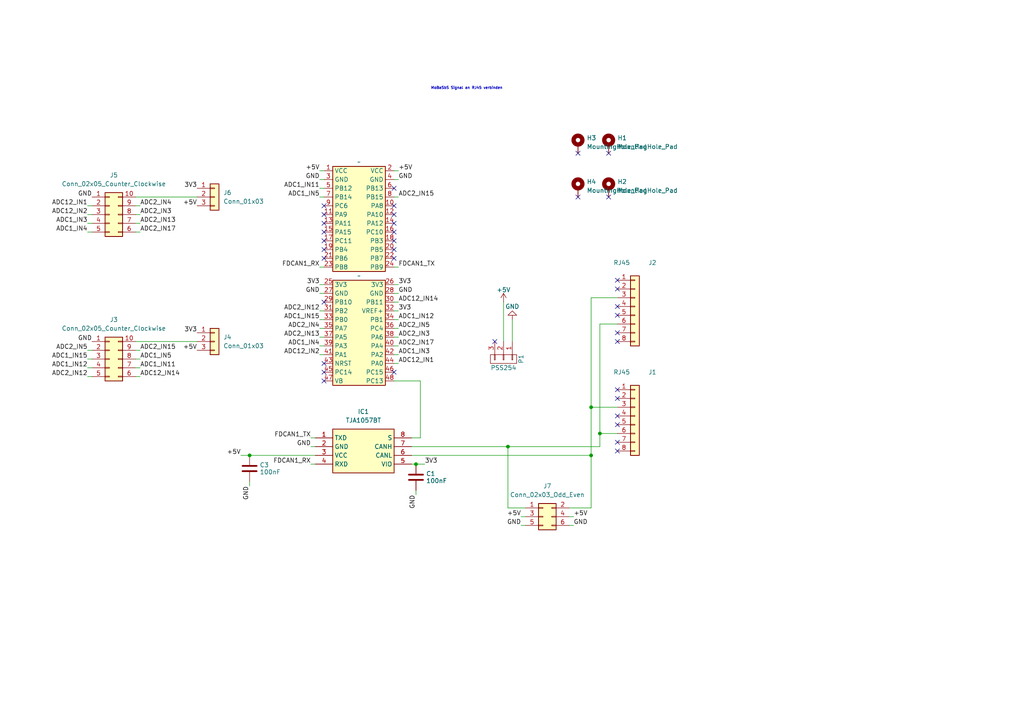
<source format=kicad_sch>
(kicad_sch (version 20250114) (generator "eeschema") (generator_version "9.0")
  (paper "A4")
  (lib_symbols
    (symbol "Connector_Generic:Conn_01x03" (pin_names (offset 1.016) (hide yes))
      (property "Reference" "J" (at 0 5.08 0))
      (property "Value" "Conn_01x03" (at 0 -5.08 0))
      (symbol "Conn_01x03_1_1"
        (rectangle (start -1.27 3.81) (end 1.27 -3.81) (stroke (width 0.254)) (fill (type background)))
        (rectangle (start -1.27 2.667) (end 0 2.413) (stroke (width 0.1524)))
        (rectangle (start -1.27 0.127) (end 0 -0.127) (stroke (width 0.1524)))
        (rectangle (start -1.27 -2.413) (end 0 -2.667) (stroke (width 0.1524)))
        (pin passive line (at -5.08 2.54 0) (length 3.81) (name "Pin_1") (number "1"))
        (pin passive line (at -5.08 0 0) (length 3.81) (name "Pin_2") (number "2"))
        (pin passive line (at -5.08 -2.54 0) (length 3.81) (name "Pin_3") (number "3"))
      )
    )
    (symbol "Connector_Generic:Conn_01x08" (pin_names (offset 1.016) (hide yes))
      (property "Reference" "J" (at 0 10.16 0))
      (property "Value" "Conn_01x08" (at 0 -12.7 0))
      (symbol "Conn_01x08_1_1"
        (rectangle (start -1.27 8.89) (end 1.27 -11.43) (stroke (width 0.254)) (fill (type background)))
        (rectangle (start -1.27 7.747) (end 0 7.493) (stroke (width 0.1524)))
        (rectangle (start -1.27 5.207) (end 0 4.953) (stroke (width 0.1524)))
        (rectangle (start -1.27 2.667) (end 0 2.413) (stroke (width 0.1524)))
        (rectangle (start -1.27 0.127) (end 0 -0.127) (stroke (width 0.1524)))
        (rectangle (start -1.27 -2.413) (end 0 -2.667) (stroke (width 0.1524)))
        (rectangle (start -1.27 -4.953) (end 0 -5.207) (stroke (width 0.1524)))
        (rectangle (start -1.27 -7.493) (end 0 -7.747) (stroke (width 0.1524)))
        (rectangle (start -1.27 -10.033) (end 0 -10.287) (stroke (width 0.1524)))
        (pin passive line (at -5.08 7.62 0) (length 3.81) (name "Pin_1") (number "1"))
        (pin passive line (at -5.08 5.08 0) (length 3.81) (name "Pin_2") (number "2"))
        (pin passive line (at -5.08 2.54 0) (length 3.81) (name "Pin_3") (number "3"))
        (pin passive line (at -5.08 0 0) (length 3.81) (name "Pin_4") (number "4"))
        (pin passive line (at -5.08 -2.54 0) (length 3.81) (name "Pin_5") (number "5"))
        (pin passive line (at -5.08 -5.08 0) (length 3.81) (name "Pin_6") (number "6"))
        (pin passive line (at -5.08 -7.62 0) (length 3.81) (name "Pin_7") (number "7"))
        (pin passive line (at -5.08 -10.16 0) (length 3.81) (name "Pin_8") (number "8"))
      )
    )
    (symbol "Connector_Generic:Conn_02x03_Odd_Even" (pin_names (offset 1.016) (hide yes))
      (property "Reference" "J" (at 1.27 5.08 0))
      (property "Value" "Conn_02x03_Odd_Even" (at 1.27 -5.08 0))
      (symbol "Conn_02x03_Odd_Even_1_1"
        (rectangle (start -1.27 3.81) (end 3.81 -3.81) (stroke (width 0.254)) (fill (type background)))
        (rectangle (start -1.27 2.667) (end 0 2.413) (stroke (width 0.1524)))
        (rectangle (start -1.27 0.127) (end 0 -0.127) (stroke (width 0.1524)))
        (rectangle (start -1.27 -2.413) (end 0 -2.667) (stroke (width 0.1524)))
        (rectangle (start 3.81 2.667) (end 2.54 2.413) (stroke (width 0.1524)))
        (rectangle (start 3.81 0.127) (end 2.54 -0.127) (stroke (width 0.1524)))
        (rectangle (start 3.81 -2.413) (end 2.54 -2.667) (stroke (width 0.1524)))
        (pin passive line (at -5.08 2.54 0) (length 3.81) (name "Pin_1") (number "1"))
        (pin passive line (at -5.08 0 0) (length 3.81) (name "Pin_3") (number "3"))
        (pin passive line (at -5.08 -2.54 0) (length 3.81) (name "Pin_5") (number "5"))
        (pin passive line (at 7.62 2.54 180) (length 3.81) (name "Pin_2") (number "2"))
        (pin passive line (at 7.62 0 180) (length 3.81) (name "Pin_4") (number "4"))
        (pin passive line (at 7.62 -2.54 180) (length 3.81) (name "Pin_6") (number "6"))
      )
    )
    (symbol "Connector_Generic:Conn_02x05_Counter_Clockwise" (pin_names (offset 1.016) (hide yes))
      (property "Reference" "J" (at 1.27 7.62 0))
      (property "Value" "Conn_02x05_Counter_Clockwise" (at 1.27 -7.62 0))
      (symbol "Conn_02x05_Counter_Clockwise_1_1"
        (rectangle (start -1.27 6.35) (end 3.81 -6.35) (stroke (width 0.254)) (fill (type background)))
        (rectangle (start -1.27 5.207) (end 0 4.953) (stroke (width 0.1524)))
        (rectangle (start -1.27 2.667) (end 0 2.413) (stroke (width 0.1524)))
        (rectangle (start -1.27 0.127) (end 0 -0.127) (stroke (width 0.1524)))
        (rectangle (start -1.27 -2.413) (end 0 -2.667) (stroke (width 0.1524)))
        (rectangle (start -1.27 -4.953) (end 0 -5.207) (stroke (width 0.1524)))
        (rectangle (start 3.81 5.207) (end 2.54 4.953) (stroke (width 0.1524)))
        (rectangle (start 3.81 2.667) (end 2.54 2.413) (stroke (width 0.1524)))
        (rectangle (start 3.81 0.127) (end 2.54 -0.127) (stroke (width 0.1524)))
        (rectangle (start 3.81 -2.413) (end 2.54 -2.667) (stroke (width 0.1524)))
        (rectangle (start 3.81 -4.953) (end 2.54 -5.207) (stroke (width 0.1524)))
        (pin passive line (at -5.08 5.08 0) (length 3.81) (name "Pin_1") (number "1"))
        (pin passive line (at -5.08 2.54 0) (length 3.81) (name "Pin_2") (number "2"))
        (pin passive line (at -5.08 0 0) (length 3.81) (name "Pin_3") (number "3"))
        (pin passive line (at -5.08 -2.54 0) (length 3.81) (name "Pin_4") (number "4"))
        (pin passive line (at -5.08 -5.08 0) (length 3.81) (name "Pin_5") (number "5"))
        (pin passive line (at 7.62 5.08 180) (length 3.81) (name "Pin_10") (number "10"))
        (pin passive line (at 7.62 2.54 180) (length 3.81) (name "Pin_9") (number "9"))
        (pin passive line (at 7.62 0 180) (length 3.81) (name "Pin_8") (number "8"))
        (pin passive line (at 7.62 -2.54 180) (length 3.81) (name "Pin_7") (number "7"))
        (pin passive line (at 7.62 -5.08 180) (length 3.81) (name "Pin_6") (number "6"))
      )
    )
    (symbol "Device:C" (pin_numbers (hide yes)) (pin_names (offset 0.254))
      (property "Reference" "C" (at 0.635 2.54 0))
      (property "Value" "C" (at 0.635 -2.54 0))
      (symbol "C_0_1"
        (polyline (pts (xy -2.032 0.762) (xy 2.032 0.762)) (stroke (width 0.508)))
        (polyline (pts (xy -2.032 -0.762) (xy 2.032 -0.762)) (stroke (width 0.508)))
      )
      (symbol "C_1_1"
        (pin passive line (at 0 3.81 270) (length 2.794) (name "~") (number "1"))
        (pin passive line (at 0 -3.81 90) (length 2.794) (name "~") (number "2"))
      )
    )
    (symbol "Mechanical:MountingHole_Pad" (pin_numbers (hide yes)) (pin_names (offset 1.016) (hide yes))
      (property "Reference" "H" (at 0 6.35 0))
      (property "Value" "MountingHole_Pad" (at 0 4.445 0))
      (symbol "MountingHole_Pad_0_1"
        (circle (center 0 1.27) (radius 1.27) (stroke (width 1.27)))
      )
      (symbol "MountingHole_Pad_1_1"
        (pin input line (at 0 -2.54 90) (length 2.54) (name "1") (number "1"))
      )
    )
    (symbol "MoBaSbS-002-3-AnschaltGruppe-rescue:+5V" (power) (pin_names (offset 0))
      (property "Value" "+5V" (at 0 3.556 0))
      (symbol "+5V_0_1"
        (polyline (pts (xy -0.762 1.27) (xy 0 2.54)))
        (polyline (pts (xy 0 2.54) (xy 0.762 1.27)))
        (polyline (pts (xy 0 0) (xy 0 2.54)))
      )
      (symbol "+5V_1_1"
        (pin power_in line (at 0 0 90) (length 0) (hide yes) (name "+5V") (number "1"))
      )
    )
    (symbol "MoBaSbS-002-3-AnschaltGruppe-rescue:CONN_01X03" (pin_names (offset 1.016) (hide yes))
      (property "Reference" "P" (at 0 5.08 0))
      (property "Value" "CONN_01X03" (at 2.54 0 90))
      (symbol "CONN_01X03_0_1"
        (rectangle (start -1.27 3.81) (end 1.27 -3.81))
        (rectangle (start -1.27 2.667) (end 0.254 2.413))
        (rectangle (start -1.27 0.127) (end 0.254 -0.127))
        (rectangle (start -1.27 -2.413) (end 0.254 -2.667))
      )
      (symbol "CONN_01X03_1_1"
        (pin passive line (at -5.08 2.54 0) (length 3.81) (name "P1") (number "1"))
        (pin passive line (at -5.08 0 0) (length 3.81) (name "P2") (number "2"))
        (pin passive line (at -5.08 -2.54 0) (length 3.81) (name "P3") (number "3"))
      )
    )
    (symbol "MoBaSbS-002-3-AnschaltGruppe-rescue:GND" (power) (pin_names (offset 0))
      (property "Value" "GND" (at 0 -3.81 0))
      (symbol "GND_0_1"
        (polyline (pts (xy 0 0) (xy 0 -1.27) (xy 1.27 -1.27) (xy 0 -2.54) (xy -1.27 -1.27) (xy 0 -1.27)))
      )
      (symbol "GND_1_1"
        (pin power_in line (at 0 0 270) (length 0) (hide yes) (name "GND") (number "1"))
      )
    )
    (symbol "TJA1057BT:TJA1057BT"
      (property "Reference" "IC" (at 24.13 7.62 0))
      (property "Value" "TJA1057BT" (at 24.13 5.08 0))
      (symbol "TJA1057BT_1_1"
        (rectangle (start 5.08 2.54) (end 22.86 -10.16) (stroke (width 0.254)) (fill (type background)))
        (pin passive line (at 0 0 0) (length 5.08) (name "TXD") (number "1"))
        (pin passive line (at 0 -2.54 0) (length 5.08) (name "GND") (number "2"))
        (pin passive line (at 0 -5.08 0) (length 5.08) (name "VCC") (number "3"))
        (pin passive line (at 0 -7.62 0) (length 5.08) (name "RXD") (number "4"))
        (pin passive line (at 27.94 0 180) (length 5.08) (name "S") (number "8"))
        (pin passive line (at 27.94 -2.54 180) (length 5.08) (name "CANH") (number "7"))
        (pin passive line (at 27.94 -5.08 180) (length 5.08) (name "CANL") (number "6"))
        (pin passive line (at 27.94 -7.62 180) (length 5.08) (name "VIO") (number "5"))
      )
    )
    (symbol "custom-symbols:WeAct-STM32G4"
      (symbol "WeAct-STM32G4_0_1"
        (rectangle (start -7.62 15.24) (end 7.62 -15.24) (stroke (width 0.254)) (fill (type background)))
      )
      (symbol "WeAct-STM32G4_1_1"
        (pin power_in line (at -10.16 13.97 0) (length 2.54) (name "VCC") (number "1"))
        (pin power_in line (at -10.16 11.43 0) (length 2.54) (name "GND") (number "3"))
        (pin bidirectional line (at -10.16 8.89 0) (length 2.54) (name "PB12") (number "5"))
        (pin bidirectional line (at -10.16 6.35 0) (length 2.54) (name "PB14") (number "7"))
        (pin bidirectional line (at -10.16 3.81 0) (length 2.54) (name "PC6") (number "9"))
        (pin bidirectional line (at -10.16 1.27 0) (length 2.54) (name "PA9") (number "11"))
        (pin bidirectional line (at -10.16 -1.27 0) (length 2.54) (name "PA11") (number "13"))
        (pin bidirectional line (at -10.16 -3.81 0) (length 2.54) (name "PA15") (number "15"))
        (pin bidirectional line (at -10.16 -6.35 0) (length 2.54) (name "PC11") (number "17"))
        (pin bidirectional line (at -10.16 -8.89 0) (length 2.54) (name "PB4") (number "19"))
        (pin bidirectional line (at -10.16 -11.43 0) (length 2.54) (name "PB6") (number "21"))
        (pin bidirectional line (at -10.16 -13.97 0) (length 2.54) (name "PB8") (number "23"))
        (pin power_in line (at 10.16 13.97 180) (length 2.54) (name "VCC") (number "2"))
        (pin power_in line (at 10.16 11.43 180) (length 2.54) (name "GND") (number "4"))
        (pin bidirectional line (at 10.16 8.89 180) (length 2.54) (name "PB13") (number "6"))
        (pin bidirectional line (at 10.16 6.35 180) (length 2.54) (name "PB15") (number "8"))
        (pin bidirectional line (at 10.16 3.81 180) (length 2.54) (name "PA8") (number "10"))
        (pin bidirectional line (at 10.16 1.27 180) (length 2.54) (name "PA10") (number "12"))
        (pin bidirectional line (at 10.16 -1.27 180) (length 2.54) (name "PA12") (number "14"))
        (pin bidirectional line (at 10.16 -3.81 180) (length 2.54) (name "PC10") (number "16"))
        (pin bidirectional line (at 10.16 -6.35 180) (length 2.54) (name "PB3") (number "18"))
        (pin bidirectional line (at 10.16 -8.89 180) (length 2.54) (name "PB5") (number "20"))
        (pin bidirectional line (at 10.16 -11.43 180) (length 2.54) (name "PB7") (number "22"))
        (pin bidirectional line (at 10.16 -13.97 180) (length 2.54) (name "PB9") (number "24"))
      )
      (symbol "WeAct-STM32G4_2_1"
        (pin power_in line (at -10.16 13.97 0) (length 2.54) (name "3V3") (number "25"))
        (pin power_in line (at -10.16 11.43 0) (length 2.54) (name "GND") (number "27"))
        (pin bidirectional line (at -10.16 8.89 0) (length 2.54) (name "PB10") (number "29"))
        (pin bidirectional line (at -10.16 6.35 0) (length 2.54) (name "PB2") (number "31"))
        (pin bidirectional line (at -10.16 3.81 0) (length 2.54) (name "PB0") (number "33"))
        (pin bidirectional line (at -10.16 1.27 0) (length 2.54) (name "PA7") (number "35"))
        (pin bidirectional line (at -10.16 -1.27 0) (length 2.54) (name "PA5") (number "37"))
        (pin bidirectional line (at -10.16 -3.81 0) (length 2.54) (name "PA3") (number "39"))
        (pin bidirectional line (at -10.16 -6.35 0) (length 2.54) (name "PA1") (number "41"))
        (pin bidirectional line (at -10.16 -8.89 0) (length 2.54) (name "NRST") (number "43"))
        (pin bidirectional line (at -10.16 -11.43 0) (length 2.54) (name "PC14") (number "45"))
        (pin bidirectional line (at -10.16 -13.97 0) (length 2.54) (name "VB") (number "47"))
        (pin power_in line (at 10.16 13.97 180) (length 2.54) (name "3V3") (number "26"))
        (pin power_in line (at 10.16 11.43 180) (length 2.54) (name "GND") (number "28"))
        (pin bidirectional line (at 10.16 8.89 180) (length 2.54) (name "PB11") (number "30"))
        (pin bidirectional line (at 10.16 6.35 180) (length 2.54) (name "VREF+") (number "32"))
        (pin bidirectional line (at 10.16 3.81 180) (length 2.54) (name "PB1") (number "34"))
        (pin bidirectional line (at 10.16 1.27 180) (length 2.54) (name "PC4") (number "36"))
        (pin bidirectional line (at 10.16 -1.27 180) (length 2.54) (name "PA6") (number "38"))
        (pin bidirectional line (at 10.16 -3.81 180) (length 2.54) (name "PA4") (number "40"))
        (pin bidirectional line (at 10.16 -6.35 180) (length 2.54) (name "PA2") (number "42"))
        (pin bidirectional line (at 10.16 -8.89 180) (length 2.54) (name "PA0") (number "44"))
        (pin bidirectional line (at 10.16 -11.43 180) (length 2.54) (name "PC15") (number "46"))
        (pin bidirectional line (at 10.16 -13.97 180) (length 2.54) (name "PC13") (number "48"))
      )
    )
  )
  (text "MoBaSbS Signal an RJ45 verbinden" (at 135.382 25.654 0) (effects (font (size 0.762 0.762))))
  (junction (at 171.45 118.11))
  (junction (at 171.45 132.08))
  (junction (at 147.32 129.54))
  (junction (at 173.99 125.73))
  (junction (at 120.65 134.62))
  (junction (at 72.39 132.08))
  (no_connect (at 114.3 74.93))
  (no_connect (at 179.07 123.19))
  (no_connect (at 93.98 74.93))
  (no_connect (at 179.07 115.57))
  (no_connect (at 176.53 44.45))
  (no_connect (at 93.98 87.63))
  (no_connect (at 114.3 69.85))
  (no_connect (at 93.98 62.23))
  (no_connect (at 167.64 57.15))
  (no_connect (at 179.07 96.52))
  (no_connect (at 143.51 99.06))
  (no_connect (at 114.3 59.69))
  (no_connect (at 114.3 62.23))
  (no_connect (at 179.07 128.27))
  (no_connect (at 176.53 57.15))
  (no_connect (at 93.98 110.49))
  (no_connect (at 167.64 44.45))
  (no_connect (at 93.98 105.41))
  (no_connect (at 114.3 54.61))
  (no_connect (at 179.07 88.9))
  (no_connect (at 93.98 59.69))
  (no_connect (at 114.3 72.39))
  (no_connect (at 114.3 107.95))
  (no_connect (at 179.07 113.03))
  (no_connect (at 93.98 67.31))
  (no_connect (at 179.07 83.82))
  (no_connect (at 93.98 64.77))
  (no_connect (at 93.98 72.39))
  (no_connect (at 93.98 107.95))
  (no_connect (at 179.07 91.44))
  (no_connect (at 114.3 67.31))
  (no_connect (at 93.98 69.85))
  (no_connect (at 179.07 81.28))
  (no_connect (at 179.07 99.06))
  (no_connect (at 114.3 64.77))
  (no_connect (at 179.07 120.65))
  (no_connect (at 179.07 130.81))
  (wire (pts (xy 123.19 134.62) (xy 120.65 134.62)))
  (wire (pts (xy 92.71 54.61) (xy 93.98 54.61)))
  (wire (pts (xy 39.37 67.31) (xy 40.64 67.31)))
  (wire (pts (xy 114.3 52.07) (xy 115.57 52.07)))
  (wire (pts (xy 90.17 129.54) (xy 91.44 129.54)))
  (wire (pts (xy 114.3 100.33) (xy 115.57 100.33)))
  (wire (pts (xy 165.1 152.4) (xy 166.37 152.4)))
  (wire (pts (xy 151.13 149.86) (xy 152.4 149.86)))
  (wire (pts (xy 25.4 67.31) (xy 26.67 67.31)))
  (wire (pts (xy 92.71 90.17) (xy 93.98 90.17)))
  (wire (pts (xy 114.3 82.55) (xy 115.57 82.55)))
  (wire (pts (xy 171.45 118.11) (xy 171.45 132.08)))
  (wire (pts (xy 25.4 101.6) (xy 26.67 101.6)))
  (wire (pts (xy 92.71 77.47) (xy 93.98 77.47)))
  (wire (pts (xy 173.99 129.54) (xy 173.99 125.73)))
  (wire (pts (xy 92.71 49.53) (xy 93.98 49.53)))
  (wire (pts (xy 90.17 127) (xy 91.44 127)))
  (wire (pts (xy 120.65 142.24) (xy 120.65 143.51)))
  (wire (pts (xy 114.3 95.25) (xy 115.57 95.25)))
  (wire (pts (xy 114.3 105.41) (xy 115.57 105.41)))
  (wire (pts (xy 147.32 147.32) (xy 147.32 129.54)))
  (wire (pts (xy 92.71 102.87) (xy 93.98 102.87)))
  (wire (pts (xy 121.92 127) (xy 119.38 127)))
  (wire (pts (xy 148.59 92.71) (xy 148.59 99.06)))
  (wire (pts (xy 151.13 152.4) (xy 152.4 152.4)))
  (wire (pts (xy 165.1 149.86) (xy 166.37 149.86)))
  (wire (pts (xy 25.4 104.14) (xy 26.67 104.14)))
  (wire (pts (xy 25.4 106.68) (xy 26.67 106.68)))
  (wire (pts (xy 25.4 62.23) (xy 26.67 62.23)))
  (wire (pts (xy 39.37 99.06) (xy 57.15 99.06)))
  (wire (pts (xy 114.3 110.49) (xy 121.92 110.49)))
  (wire (pts (xy 69.85 132.08) (xy 72.39 132.08)))
  (wire (pts (xy 171.45 86.36) (xy 171.45 118.11)))
  (wire (pts (xy 114.3 77.47) (xy 115.57 77.47)))
  (wire (pts (xy 92.71 100.33) (xy 93.98 100.33)))
  (wire (pts (xy 114.3 90.17) (xy 115.57 90.17)))
  (wire (pts (xy 114.3 87.63) (xy 115.57 87.63)))
  (wire (pts (xy 39.37 57.15) (xy 57.15 57.15)))
  (wire (pts (xy 114.3 57.15) (xy 115.57 57.15)))
  (wire (pts (xy 114.3 97.79) (xy 115.57 97.79)))
  (wire (pts (xy 92.71 95.25) (xy 93.98 95.25)))
  (wire (pts (xy 114.3 49.53) (xy 115.57 49.53)))
  (wire (pts (xy 25.4 59.69) (xy 26.67 59.69)))
  (wire (pts (xy 90.17 134.62) (xy 91.44 134.62)))
  (wire (pts (xy 92.71 82.55) (xy 93.98 82.55)))
  (wire (pts (xy 152.4 147.32) (xy 147.32 147.32)))
  (wire (pts (xy 39.37 106.68) (xy 40.64 106.68)))
  (wire (pts (xy 72.39 139.7) (xy 72.39 140.97)))
  (wire (pts (xy 92.71 52.07) (xy 93.98 52.07)))
  (wire (pts (xy 119.38 129.54) (xy 147.32 129.54)))
  (wire (pts (xy 92.71 57.15) (xy 93.98 57.15)))
  (wire (pts (xy 119.38 132.08) (xy 171.45 132.08)))
  (wire (pts (xy 146.05 87.63) (xy 146.05 99.06)))
  (wire (pts (xy 173.99 93.98) (xy 173.99 125.73)))
  (wire (pts (xy 92.71 92.71) (xy 93.98 92.71)))
  (wire (pts (xy 165.1 147.32) (xy 171.45 147.32)))
  (wire (pts (xy 171.45 147.32) (xy 171.45 132.08)))
  (wire (pts (xy 114.3 102.87) (xy 115.57 102.87)))
  (wire (pts (xy 39.37 59.69) (xy 40.64 59.69)))
  (wire (pts (xy 39.37 64.77) (xy 40.64 64.77)))
  (wire (pts (xy 119.38 134.62) (xy 120.65 134.62)))
  (wire (pts (xy 179.07 118.11) (xy 171.45 118.11)))
  (wire (pts (xy 25.4 109.22) (xy 26.67 109.22)))
  (wire (pts (xy 114.3 92.71) (xy 115.57 92.71)))
  (wire (pts (xy 121.92 110.49) (xy 121.92 127)))
  (wire (pts (xy 25.4 64.77) (xy 26.67 64.77)))
  (wire (pts (xy 173.99 93.98) (xy 179.07 93.98)))
  (wire (pts (xy 179.07 125.73) (xy 173.99 125.73)))
  (wire (pts (xy 92.71 85.09) (xy 93.98 85.09)))
  (wire (pts (xy 171.45 86.36) (xy 179.07 86.36)))
  (wire (pts (xy 39.37 104.14) (xy 40.64 104.14)))
  (wire (pts (xy 39.37 101.6) (xy 40.64 101.6)))
  (wire (pts (xy 147.32 129.54) (xy 173.99 129.54)))
  (wire (pts (xy 72.39 132.08) (xy 91.44 132.08)))
  (wire (pts (xy 114.3 85.09) (xy 115.57 85.09)))
  (wire (pts (xy 39.37 109.22) (xy 40.64 109.22)))
  (wire (pts (xy 92.71 97.79) (xy 93.98 97.79)))
  (wire (pts (xy 39.37 62.23) (xy 40.64 62.23)))
  (label "GND" (at 115.57 52.07 0))
  (label "GND" (at 90.17 129.54 180))
  (label "ADC12_IN14" (at 115.57 87.63 0))
  (label "ADC2_IN12" (at 92.71 90.17 180))
  (label "ADC2_IN13" (at 92.71 97.79 180))
  (label "+5V" (at 57.15 59.69 180))
  (label "ADC1_IN4" (at 92.71 100.33 180))
  (label "ADC12_IN1" (at 115.57 105.41 0))
  (label "ADC12_IN14" (at 40.64 109.22 0))
  (label "ADC1_IN12" (at 25.4 106.68 180))
  (label "FDCAN1_RX" (at 90.17 134.62 180))
  (label "ADC1_IN12" (at 115.57 92.71 0))
  (label "3V3" (at 115.57 90.17 0))
  (label "+5V" (at 151.13 149.86 180))
  (label "3V3" (at 57.15 54.61 180))
  (label "ADC2_IN5" (at 115.57 95.25 0))
  (label "ADC2_IN3" (at 115.57 97.79 0))
  (label "3V3" (at 115.57 82.55 0))
  (label "ADC2_IN5" (at 25.4 101.6 180))
  (label "3V3" (at 57.15 96.52 180))
  (label "GND" (at 92.71 52.07 180))
  (label "+5V" (at 115.57 49.53 0))
  (label "GND" (at 26.67 99.06 180))
  (label "ADC2_IN4" (at 40.64 59.69 0))
  (label "ADC1_IN3" (at 115.57 102.87 0))
  (label "ADC1_IN5" (at 40.64 104.14 0))
  (label "ADC1_IN5" (at 92.71 57.15 180))
  (label "ADC12_IN2" (at 25.4 62.23 180))
  (label "ADC1_IN11" (at 92.71 54.61 180))
  (label "+5V" (at 166.37 149.86 0))
  (label "GND" (at 115.57 85.09 0))
  (label "+5V" (at 92.71 49.53 180))
  (label "GND" (at 26.67 57.15 180))
  (label "FDCAN1_TX" (at 90.17 127 180))
  (label "ADC12_IN1" (at 25.4 59.69 180))
  (label "ADC1_IN3" (at 25.4 64.77 180))
  (label "GND" (at 120.65 143.51 270))
  (label "+5V" (at 69.85 132.08 180))
  (label "ADC2_IN12" (at 25.4 109.22 180))
  (label "ADC1_IN15" (at 92.71 92.71 180))
  (label "ADC1_IN4" (at 25.4 67.31 180))
  (label "ADC1_IN11" (at 40.64 106.68 0))
  (label "ADC2_IN15" (at 40.64 101.6 0))
  (label "GND" (at 92.71 85.09 180))
  (label "ADC2_IN15" (at 115.57 57.15 0))
  (label "3V3" (at 92.71 82.55 180))
  (label "ADC2_IN3" (at 40.64 62.23 0))
  (label "FDCAN1_RX" (at 92.71 77.47 180))
  (label "GND" (at 72.39 140.97 270))
  (label "GND" (at 166.37 152.4 0))
  (label "ADC1_IN15" (at 25.4 104.14 180))
  (label "ADC2_IN17" (at 115.57 100.33 0))
  (label "+5V" (at 57.15 101.6 180))
  (label "3V3" (at 123.19 134.62 0))
  (label "ADC12_IN2" (at 92.71 102.87 180))
  (label "FDCAN1_TX" (at 115.57 77.47 0))
  (label "ADC2_IN17" (at 40.64 67.31 0))
  (label "ADC2_IN4" (at 92.71 95.25 180))
  (label "ADC2_IN13" (at 40.64 64.77 0))
  (label "GND" (at 151.13 152.4 180))
  (symbol (lib_id "Connector_Generic:Conn_01x08") (at 184.15 120.65 0) (unit 1)
    (property "Reference" "J1" (at 189.23 107.95 0))
    (property "Value" "RJ45" (at 180.34 107.95 0))
    (property "Footprint" "Connector_RJ:RJ45_Amphenol_54602-x08_Horizontal" (effects (hide yes)))
  )
  (symbol (lib_id "MoBaSbS-002-3-AnschaltGruppe-rescue:GND") (at 148.59 92.71 180) (unit 1)
    (property "Reference" "#PWR08" (effects (hide yes)))
    (property "Value" "GND" (at 148.59 88.9 0))
  )
  (symbol (lib_id "MoBaSbS-002-3-AnschaltGruppe-rescue:+5V") (at 146.05 87.63 0) (unit 1)
    (property "Reference" "#PWR09" (effects (hide yes)))
    (property "Value" "+5V" (at 146.05 84.074 0))
  )
  (symbol (lib_id "MoBaSbS-002-3-AnschaltGruppe-rescue:CONN_01X03") (at 146.05 104.14 270) (unit 1)
    (property "Reference" "P1" (at 151.13 104.14 0))
    (property "Value" "PSS254" (at 146.05 106.68 90))
    (property "Footprint" "Connector_Molex:Molex_KK-254_AE-6410-03A_1x03_P2.54mm_Vertical" (effects (hide yes)))
  )
  (symbol (lib_id "Connector_Generic:Conn_01x08") (at 184.15 88.9 0) (unit 1)
    (property "Reference" "J2" (at 189.23 76.2 0))
    (property "Value" "RJ45" (at 180.34 76.2 0))
    (property "Footprint" "Connector_RJ:RJ45_Amphenol_54602-x08_Horizontal" (effects (hide yes)))
  )
  (symbol (lib_id "TJA1057BT:TJA1057BT") (at 91.44 127 0) (unit 1)
    (property "Reference" "IC1" (at 105.41 119.38 0))
    (property "Value" "TJA1057BT" (at 105.41 121.92 0))
    (property "Footprint" "CAN Transceiver:SOIC127P600X175-8N" (effects (hide yes)))
    (property "Datasheet" "https://www.nxp.com/docs/en/data-sheet/TJA1057.pdf" (effects (hide yes)))
    (property "Description" "plastic, small outline package; 8 leads; 1.27 mm pitch; 4.9 mm x 3.9 mm x 1.75 mm body, 4.5V ~ 5.5V, -40C ~ 150C (TJ)" (effects (hide yes)))
    (property "Height" "1.75" (effects (hide yes)))
    (property "Manufacturer_Name" "NXP" (effects (hide yes)))
    (property "Manufacturer_Part_Number" "TJA1057BT" (effects (hide yes)))
  )
  (symbol (lib_id "Connector_Generic:Conn_01x03") (at 62.23 99.06 0) (unit 1)
    (property "Reference" "J4" (at 64.77 97.7899 0) (effects (justify left)))
    (property "Value" "Conn_01x03" (at 64.77 100.3299 0) (effects (justify left)))
    (property "Footprint" "Connector_PinHeader_2.54mm:PinHeader_1x03_P2.54mm_Vertical" (effects (hide yes)))
    (property "Description" "Generic connector, single row, 01x03, script generated (kicad-library-utils/schlib/autogen/connector/)" (effects (hide yes)))
  )
  (symbol (lib_id "Connector_Generic:Conn_02x05_Counter_Clockwise") (at 31.75 62.23 0) (unit 1)
    (property "Reference" "J5" (at 33.02 50.8 0))
    (property "Value" "Conn_02x05_Counter_Clockwise" (at 33.02 53.34 0))
    (property "Footprint" "Connector_IDC:IDC-Header_2x05_P2.54mm_Vertical" (effects (hide yes)))
    (property "Description" "Generic connector, double row, 02x05, counter clockwise pin numbering scheme (similar to DIP package numbering), script generated (kicad-library-utils/schlib/autogen/connector/)" (effects (hide yes)))
  )
  (symbol (lib_id "Mechanical:MountingHole_Pad") (at 167.64 54.61 0) (unit 1)
    (property "Reference" "H4" (at 170.18 52.705 0) (effects (justify left)))
    (property "Value" "MountingHole_Pad" (at 170.18 55.245 0) (effects (justify left)))
    (property "Footprint" "MountingHole:MountingHole_2.7mm_M2.5_DIN965_Pad" (effects (hide yes)))
  )
  (symbol (lib_id "Device:C") (at 72.39 135.89 0) (unit 1)
    (property "Reference" "C3" (at 75.311 134.866 0) (effects (justify left)))
    (property "Value" "100nF" (at 75.311 136.914 0) (effects (justify left)))
    (property "Footprint" "Capacitor_SMD:C_0603_1608Metric" (effects (hide yes)))
  )
  (symbol (lib_id "Connector_Generic:Conn_02x05_Counter_Clockwise") (at 31.75 104.14 0) (unit 1)
    (property "Reference" "J3" (at 33.02 92.71 0))
    (property "Value" "Conn_02x05_Counter_Clockwise" (at 33.02 95.25 0))
    (property "Footprint" "Connector_IDC:IDC-Header_2x05_P2.54mm_Vertical" (effects (hide yes)))
    (property "Description" "Generic connector, double row, 02x05, counter clockwise pin numbering scheme (similar to DIP package numbering), script generated (kicad-library-utils/schlib/autogen/connector/)" (effects (hide yes)))
  )
  (symbol (lib_id "custom-symbols:WeAct-STM32G4") (at 104.14 96.52 0) (unit 2)
    (property "Reference" "U1" (effects (hide yes)))
    (property "Value" "~" (at 104.14 80.01 0))
    (property "Footprint" "Custom-Library:WeAct-STM32G431" (effects (hide yes)))
  )
  (symbol (lib_id "Device:C") (at 120.65 138.43 0) (unit 1)
    (property "Reference" "C1" (at 123.571 137.406 0) (effects (justify left)))
    (property "Value" "100nF" (at 123.571 139.454 0) (effects (justify left)))
    (property "Footprint" "Capacitor_SMD:C_0603_1608Metric" (effects (hide yes)))
  )
  (symbol (lib_id "Mechanical:MountingHole_Pad") (at 167.64 41.91 0) (unit 1)
    (property "Reference" "H3" (at 170.18 40.005 0) (effects (justify left)))
    (property "Value" "MountingHole_Pad" (at 170.18 42.545 0) (effects (justify left)))
    (property "Footprint" "MountingHole:MountingHole_2.7mm_M2.5_DIN965_Pad" (effects (hide yes)))
  )
  (symbol (lib_id "custom-symbols:WeAct-STM32G4") (at 104.14 63.5 0) (unit 1)
    (property "Reference" "U1" (effects (hide yes)))
    (property "Value" "~" (at 104.14 46.99 0))
    (property "Footprint" "Custom-Library:WeAct-STM32G431" (effects (hide yes)))
  )
  (symbol (lib_id "Mechanical:MountingHole_Pad") (at 176.53 54.61 0) (unit 1)
    (property "Reference" "H2" (at 179.07 52.705 0) (effects (justify left)))
    (property "Value" "MountingHole_Pad" (at 179.07 55.245 0) (effects (justify left)))
    (property "Footprint" "MountingHole:MountingHole_2.7mm_M2.5_DIN965_Pad" (effects (hide yes)))
  )
  (symbol (lib_id "Connector_Generic:Conn_01x03") (at 62.23 57.15 0) (unit 1)
    (property "Reference" "J6" (at 64.77 55.8799 0) (effects (justify left)))
    (property "Value" "Conn_01x03" (at 64.77 58.4199 0) (effects (justify left)))
    (property "Footprint" "Connector_PinHeader_2.54mm:PinHeader_1x03_P2.54mm_Vertical" (effects (hide yes)))
    (property "Description" "Generic connector, single row, 01x03, script generated (kicad-library-utils/schlib/autogen/connector/)" (effects (hide yes)))
  )
  (symbol (lib_id "Connector_Generic:Conn_02x03_Odd_Even") (at 157.48 149.86 0) (unit 1)
    (property "Reference" "J7" (at 158.75 140.97 0))
    (property "Value" "Conn_02x03_Odd_Even" (at 158.75 143.51 0))
    (property "Footprint" "Connector_PinHeader_2.54mm:PinHeader_2x03_P2.54mm_Horizontal" (effects (hide yes)))
    (property "Description" "Generic connector, double row, 02x03, odd/even pin numbering scheme (row 1 odd numbers, row 2 even numbers), script generated (kicad-library-utils/schlib/autogen/connector/)" (effects (hide yes)))
  )
  (symbol (lib_id "Mechanical:MountingHole_Pad") (at 176.53 41.91 0) (unit 1)
    (property "Reference" "H1" (at 179.07 40.005 0) (effects (justify left)))
    (property "Value" "MountingHole_Pad" (at 179.07 42.545 0) (effects (justify left)))
    (property "Footprint" "MountingHole:MountingHole_2.7mm_M2.5_DIN965_Pad" (effects (hide yes)))
  )
)
</source>
